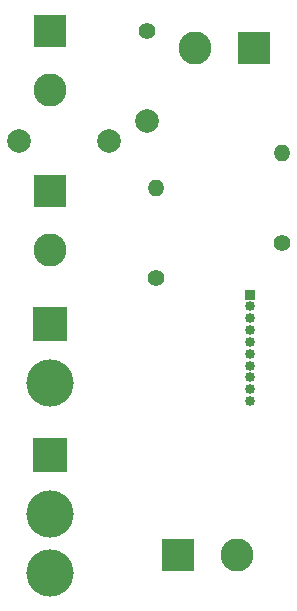
<source format=gbr>
%TF.GenerationSoftware,KiCad,Pcbnew,8.0.5*%
%TF.CreationDate,2024-09-26T13:26:48+03:30*%
%TF.ProjectId,rolup,726f6c75-702e-46b6-9963-61645f706362,rev?*%
%TF.SameCoordinates,Original*%
%TF.FileFunction,Soldermask,Top*%
%TF.FilePolarity,Negative*%
%FSLAX46Y46*%
G04 Gerber Fmt 4.6, Leading zero omitted, Abs format (unit mm)*
G04 Created by KiCad (PCBNEW 8.0.5) date 2024-09-26 13:26:48*
%MOMM*%
%LPD*%
G01*
G04 APERTURE LIST*
%ADD10R,0.850000X0.850000*%
%ADD11O,0.850000X0.850000*%
%ADD12R,2.800000X2.800000*%
%ADD13C,2.800000*%
%ADD14C,1.400000*%
%ADD15O,1.400000X1.400000*%
%ADD16C,2.000000*%
%ADD17R,3.000000X3.000000*%
%ADD18C,4.000000*%
G04 APERTURE END LIST*
D10*
%TO.C,J6*%
X48050000Y-90100000D03*
D11*
X48050000Y-91100000D03*
X48050000Y-92100000D03*
X48050000Y-93100000D03*
X48050000Y-94100000D03*
X48050000Y-95100000D03*
X48050000Y-96100000D03*
X48050000Y-97100000D03*
X48050000Y-98100000D03*
X48050000Y-99100000D03*
%TD*%
D12*
%TO.C,J4*%
X31125000Y-67775000D03*
D13*
X31125000Y-72775000D03*
%TD*%
D14*
%TO.C,R4*%
X50750000Y-85710000D03*
D15*
X50750000Y-78090000D03*
%TD*%
D14*
%TO.C,R1*%
X39350000Y-67765000D03*
D16*
X39350000Y-75385000D03*
%TD*%
D17*
%TO.C,J1*%
X31150000Y-92550000D03*
D18*
X31150000Y-97550000D03*
%TD*%
D12*
%TO.C,J3*%
X42000000Y-112100000D03*
D13*
X47000000Y-112100000D03*
%TD*%
D12*
%TO.C,J7*%
X48450000Y-69175000D03*
D13*
X43450000Y-69175000D03*
%TD*%
D14*
%TO.C,R3*%
X40100000Y-88710000D03*
D15*
X40100000Y-81090000D03*
%TD*%
D16*
%TO.C,R2*%
X28515000Y-77075000D03*
X36135000Y-77075000D03*
%TD*%
D17*
%TO.C,J2*%
X31150000Y-103650000D03*
D18*
X31150000Y-108650000D03*
X31150000Y-113650000D03*
%TD*%
D12*
%TO.C,J5*%
X31140000Y-81285000D03*
D13*
X31140000Y-86285000D03*
%TD*%
M02*

</source>
